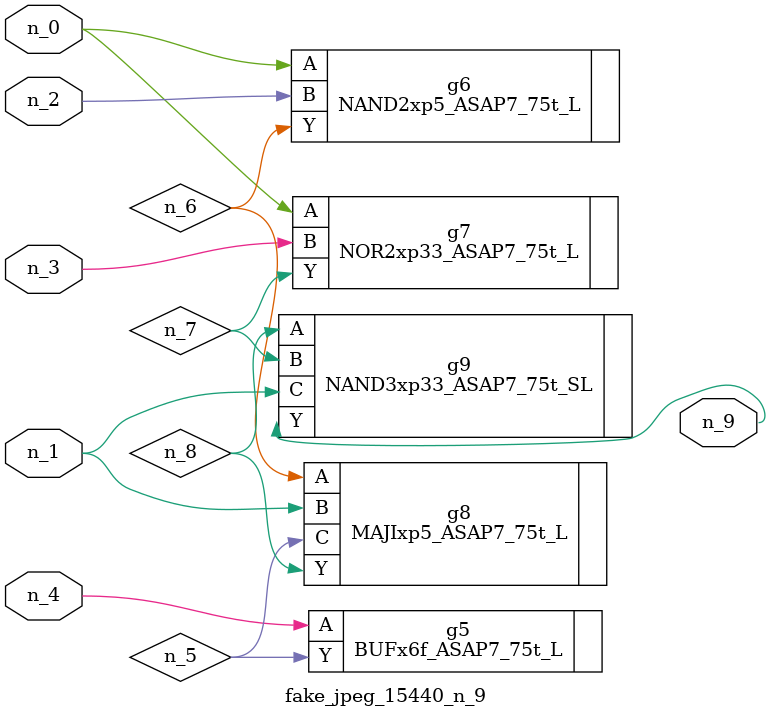
<source format=v>
module fake_jpeg_15440_n_9 (n_3, n_2, n_1, n_0, n_4, n_9);

input n_3;
input n_2;
input n_1;
input n_0;
input n_4;

output n_9;

wire n_8;
wire n_6;
wire n_5;
wire n_7;

BUFx6f_ASAP7_75t_L g5 ( 
.A(n_4),
.Y(n_5)
);

NAND2xp5_ASAP7_75t_L g6 ( 
.A(n_0),
.B(n_2),
.Y(n_6)
);

NOR2xp33_ASAP7_75t_L g7 ( 
.A(n_0),
.B(n_3),
.Y(n_7)
);

MAJIxp5_ASAP7_75t_L g8 ( 
.A(n_6),
.B(n_1),
.C(n_5),
.Y(n_8)
);

NAND3xp33_ASAP7_75t_SL g9 ( 
.A(n_8),
.B(n_7),
.C(n_1),
.Y(n_9)
);


endmodule
</source>
